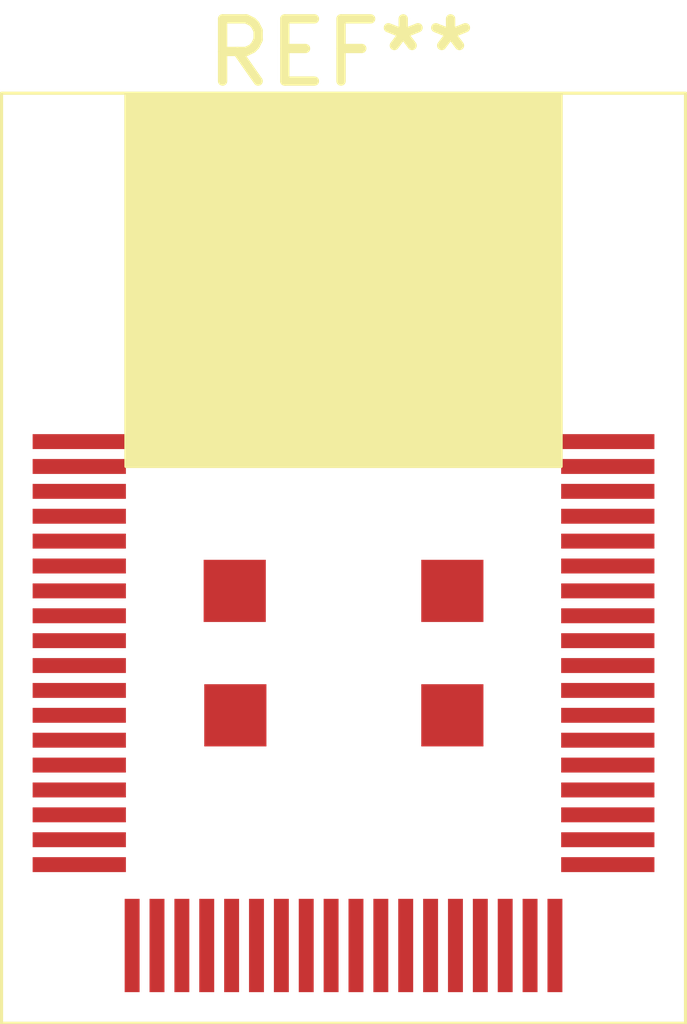
<source format=kicad_pcb>
(kicad_pcb (version 20171130) (host pcbnew 5.1.6-c6e7f7d~86~ubuntu19.10.1)

  (general
    (thickness 1.6)
    (drawings 0)
    (tracks 0)
    (zones 0)
    (modules 1)
    (nets 1)
  )

  (page A4)
  (title_block
    (title "BLYST840 footprint")
    (date 2020-06-09)
    (rev 1.0)
    (company "Zoltán Vörös")
    (comment 1 "MIT license")
  )

  (layers
    (0 F.Cu signal)
    (31 B.Cu signal)
    (32 B.Adhes user)
    (33 F.Adhes user)
    (34 B.Paste user)
    (35 F.Paste user)
    (36 B.SilkS user)
    (37 F.SilkS user)
    (38 B.Mask user)
    (39 F.Mask user)
    (40 Dwgs.User user)
    (41 Cmts.User user)
    (42 Eco1.User user)
    (43 Eco2.User user)
    (44 Edge.Cuts user)
    (45 Margin user)
    (46 B.CrtYd user)
    (47 F.CrtYd user)
    (48 B.Fab user)
    (49 F.Fab user)
  )

  (setup
    (last_trace_width 0.25)
    (trace_clearance 0.2)
    (zone_clearance 0.508)
    (zone_45_only no)
    (trace_min 0.2)
    (via_size 0.8)
    (via_drill 0.4)
    (via_min_size 0.4)
    (via_min_drill 0.3)
    (uvia_size 0.3)
    (uvia_drill 0.1)
    (uvias_allowed no)
    (uvia_min_size 0.2)
    (uvia_min_drill 0.1)
    (edge_width 0.05)
    (segment_width 0.2)
    (pcb_text_width 0.3)
    (pcb_text_size 1.5 1.5)
    (mod_edge_width 0.12)
    (mod_text_size 1 1)
    (mod_text_width 0.15)
    (pad_size 1.524 1.524)
    (pad_drill 0.762)
    (pad_to_mask_clearance 0.05)
    (aux_axis_origin 0 0)
    (visible_elements FFFFFF7F)
    (pcbplotparams
      (layerselection 0x010fc_ffffffff)
      (usegerberextensions false)
      (usegerberattributes true)
      (usegerberadvancedattributes true)
      (creategerberjobfile true)
      (excludeedgelayer true)
      (linewidth 0.100000)
      (plotframeref false)
      (viasonmask false)
      (mode 1)
      (useauxorigin false)
      (hpglpennumber 1)
      (hpglpenspeed 20)
      (hpglpendiameter 15.000000)
      (psnegative false)
      (psa4output false)
      (plotreference true)
      (plotvalue true)
      (plotinvisibletext false)
      (padsonsilk false)
      (subtractmaskfromsilk false)
      (outputformat 1)
      (mirror false)
      (drillshape 1)
      (scaleselection 1)
      (outputdirectory ""))
  )

  (net 0 "")

  (net_class Default "This is the default net class."
    (clearance 0.2)
    (trace_width 0.25)
    (via_dia 0.8)
    (via_drill 0.4)
    (uvia_dia 0.3)
    (uvia_drill 0.1)
  )

  (module BLYST840 (layer F.Cu) (tedit 5EDFF307) (tstamp 5EE05FF0)
    (at 142.63 95.44)
    (attr smd)
    (fp_text reference REF** (at -0.04 -6.25) (layer F.SilkS)
      (effects (font (size 1 1) (thickness 0.15)))
    )
    (fp_text value BLYST840 (at -0.09 3.39 270) (layer F.Fab)
      (effects (font (size 1 1) (thickness 0.15)))
    )
    (fp_poly (pts (xy 3.5 -5.6) (xy 3.5 0.4) (xy -3.5 0.4) (xy -3.5 -5.6)) (layer F.SilkS) (width 0.05))
    (fp_line (start -5.25 -0.37) (end 5.25 -0.37) (layer F.CrtYd) (width 0.05))
    (fp_line (start -5.25 9.1) (end -5.25 -0.37) (layer F.CrtYd) (width 0.05))
    (fp_line (start 5.25 9.1) (end -5.25 9.1) (layer F.CrtYd) (width 0.05))
    (fp_line (start 5.25 -0.37) (end 5.25 9.1) (layer F.CrtYd) (width 0.05))
    (fp_line (start -5.5 9.35) (end -5.5 -5.6) (layer F.SilkS) (width 0.05))
    (fp_line (start 5.5 9.35) (end -5.5 9.35) (layer F.SilkS) (width 0.05))
    (fp_line (start 5.5 -5.6) (end 5.5 9.35) (layer F.SilkS) (width 0.05))
    (fp_line (start -5.5 -5.6) (end 5.5 -5.6) (layer F.SilkS) (width 0.05))
    (pad 54 smd rect (at 4.25 0 270) (size 0.24 1.5) (layers F.Cu F.Paste F.Mask))
    (pad 1 smd rect (at -4.25 0 270) (size 0.24 1.5) (layers F.Cu F.Paste F.Mask))
    (pad 53 smd rect (at 4.25 0.4 270) (size 0.24 1.5) (layers F.Cu F.Paste F.Mask))
    (pad 2 smd rect (at -4.25 0.4 270) (size 0.24 1.5) (layers F.Cu F.Paste F.Mask))
    (pad 52 smd rect (at 4.25 0.8 270) (size 0.24 1.5) (layers F.Cu F.Paste F.Mask))
    (pad 3 smd rect (at -4.25 0.8 270) (size 0.24 1.5) (layers F.Cu F.Paste F.Mask))
    (pad 51 smd rect (at 4.25 1.2 270) (size 0.24 1.5) (layers F.Cu F.Paste F.Mask))
    (pad 4 smd rect (at -4.25 1.2 270) (size 0.24 1.5) (layers F.Cu F.Paste F.Mask))
    (pad 50 smd rect (at 4.25 1.6 270) (size 0.24 1.5) (layers F.Cu F.Paste F.Mask))
    (pad 5 smd rect (at -4.25 1.6 270) (size 0.24 1.5) (layers F.Cu F.Paste F.Mask))
    (pad 49 smd rect (at 4.25 2 270) (size 0.24 1.5) (layers F.Cu F.Paste F.Mask))
    (pad 6 smd rect (at -4.25 2 270) (size 0.24 1.5) (layers F.Cu F.Paste F.Mask))
    (pad 48 smd rect (at 4.25 2.4 270) (size 0.24 1.5) (layers F.Cu F.Paste F.Mask))
    (pad 7 smd rect (at -4.25 2.4 270) (size 0.24 1.5) (layers F.Cu F.Paste F.Mask))
    (pad 47 smd rect (at 4.25 2.8 270) (size 0.24 1.5) (layers F.Cu F.Paste F.Mask))
    (pad 8 smd rect (at -4.25 2.8 270) (size 0.24 1.5) (layers F.Cu F.Paste F.Mask))
    (pad 46 smd rect (at 4.25 3.2 270) (size 0.24 1.5) (layers F.Cu F.Paste F.Mask))
    (pad 9 smd rect (at -4.25 3.2 270) (size 0.24 1.5) (layers F.Cu F.Paste F.Mask))
    (pad 45 smd rect (at 4.25 3.6 270) (size 0.24 1.5) (layers F.Cu F.Paste F.Mask))
    (pad 10 smd rect (at -4.25 3.6 270) (size 0.24 1.5) (layers F.Cu F.Paste F.Mask))
    (pad 44 smd rect (at 4.25 4 270) (size 0.24 1.5) (layers F.Cu F.Paste F.Mask))
    (pad 11 smd rect (at -4.25 4 270) (size 0.24 1.5) (layers F.Cu F.Paste F.Mask))
    (pad 43 smd rect (at 4.25 4.4 270) (size 0.24 1.5) (layers F.Cu F.Paste F.Mask))
    (pad 12 smd rect (at -4.25 4.4 270) (size 0.24 1.5) (layers F.Cu F.Paste F.Mask))
    (pad 42 smd rect (at 4.25 4.8 270) (size 0.24 1.5) (layers F.Cu F.Paste F.Mask))
    (pad 13 smd rect (at -4.25 4.8 270) (size 0.24 1.5) (layers F.Cu F.Paste F.Mask))
    (pad 41 smd rect (at 4.25 5.2 270) (size 0.24 1.5) (layers F.Cu F.Paste F.Mask))
    (pad 14 smd rect (at -4.25 5.2 270) (size 0.24 1.5) (layers F.Cu F.Paste F.Mask))
    (pad 40 smd rect (at 4.25 5.6 270) (size 0.24 1.5) (layers F.Cu F.Paste F.Mask))
    (pad 15 smd rect (at -4.25 5.6 270) (size 0.24 1.5) (layers F.Cu F.Paste F.Mask))
    (pad 39 smd rect (at 4.25 6 270) (size 0.24 1.5) (layers F.Cu F.Paste F.Mask))
    (pad 16 smd rect (at -4.25 6 270) (size 0.24 1.5) (layers F.Cu F.Paste F.Mask))
    (pad 38 smd rect (at 4.25 6.4 270) (size 0.24 1.5) (layers F.Cu F.Paste F.Mask))
    (pad 17 smd rect (at -4.25 6.4 270) (size 0.24 1.5) (layers F.Cu F.Paste F.Mask))
    (pad 37 smd rect (at 4.25 6.8 270) (size 0.24 1.5) (layers F.Cu F.Paste F.Mask))
    (pad 18 smd rect (at -4.25 6.8 270) (size 0.24 1.5) (layers F.Cu F.Paste F.Mask))
    (pad 36 smd rect (at 3.4 8.1 180) (size 0.24 1.5) (layers F.Cu F.Paste F.Mask))
    (pad 19 smd rect (at -3.4 8.1) (size 0.24 1.5) (layers F.Cu F.Paste F.Mask))
    (pad 35 smd rect (at 3 8.1 180) (size 0.24 1.5) (layers F.Cu F.Paste F.Mask))
    (pad 20 smd rect (at -3 8.1) (size 0.24 1.5) (layers F.Cu F.Paste F.Mask))
    (pad 34 smd rect (at 2.6 8.1 180) (size 0.24 1.5) (layers F.Cu F.Paste F.Mask))
    (pad 21 smd rect (at -2.6 8.1) (size 0.24 1.5) (layers F.Cu F.Paste F.Mask))
    (pad 33 smd rect (at 2.2 8.1 180) (size 0.24 1.5) (layers F.Cu F.Paste F.Mask))
    (pad 22 smd rect (at -2.2 8.1) (size 0.24 1.5) (layers F.Cu F.Paste F.Mask))
    (pad 32 smd rect (at 1.8 8.1 180) (size 0.24 1.5) (layers F.Cu F.Paste F.Mask))
    (pad 23 smd rect (at -1.8 8.1) (size 0.24 1.5) (layers F.Cu F.Paste F.Mask))
    (pad 31 smd rect (at 1.4 8.1 180) (size 0.24 1.5) (layers F.Cu F.Paste F.Mask))
    (pad 24 smd rect (at -1.4 8.1) (size 0.24 1.5) (layers F.Cu F.Paste F.Mask))
    (pad 30 smd rect (at 1 8.1 180) (size 0.24 1.5) (layers F.Cu F.Paste F.Mask))
    (pad 25 smd rect (at -1 8.1) (size 0.24 1.5) (layers F.Cu F.Paste F.Mask))
    (pad 29 smd rect (at 0.6 8.1 180) (size 0.24 1.5) (layers F.Cu F.Paste F.Mask))
    (pad 26 smd rect (at -0.6 8.1) (size 0.24 1.5) (layers F.Cu F.Paste F.Mask))
    (pad 28 smd rect (at 0.2 8.1 180) (size 0.24 1.5) (layers F.Cu F.Paste F.Mask))
    (pad 27 smd rect (at -0.2 8.1) (size 0.24 1.5) (layers F.Cu F.Paste F.Mask))
    (pad 55 smd rect (at -1.75 2.4 270) (size 1 1) (layers F.Cu F.Paste F.Mask))
    (pad 56 smd rect (at 1.75 2.4 270) (size 1 1) (layers F.Cu F.Paste F.Mask))
    (pad 57 smd rect (at -1.74 4.4 270) (size 1 1) (layers F.Cu F.Paste F.Mask))
    (pad 58 smd rect (at 1.75 4.4 270) (size 1 1) (layers F.Cu F.Paste F.Mask))
  )

)

</source>
